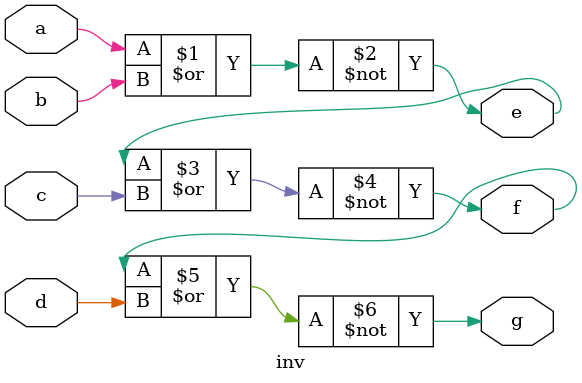
<source format=v>
`timescale 1ns / 1ps

module inv(
    input a, b, c, d,
    output e, f, g
    );

    assign e=~(a|b);
    assign f=~(e|c);
    assign g=~(f|d);

endmodule
</source>
